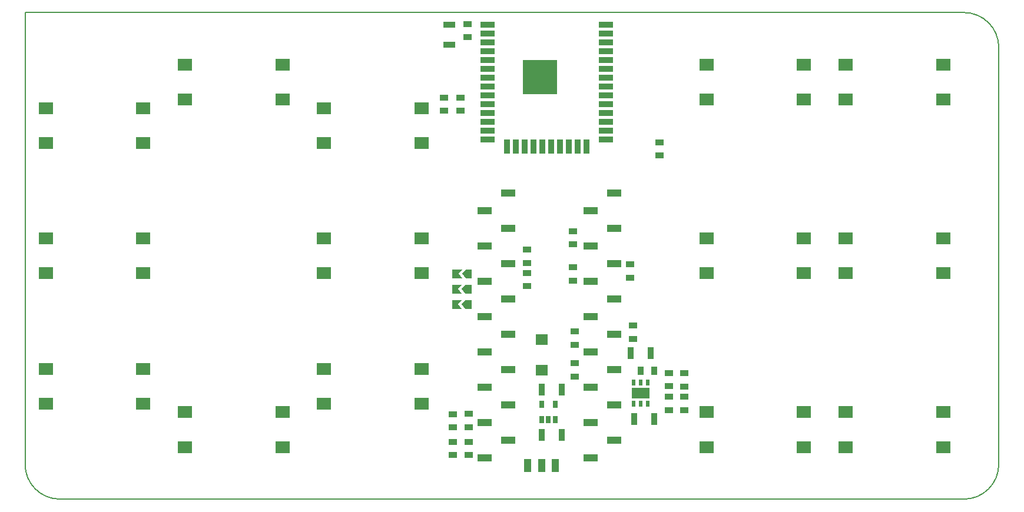
<source format=gtp>
%TF.GenerationSoftware,KiCad,Pcbnew,(5.1.6-0-10_14)*%
%TF.CreationDate,2021-04-08T13:55:21+02:00*%
%TF.ProjectId,gp-controlboard,67702d63-6f6e-4747-926f-6c626f617264,rev?*%
%TF.SameCoordinates,Original*%
%TF.FileFunction,Paste,Top*%
%TF.FilePolarity,Positive*%
%FSLAX46Y46*%
G04 Gerber Fmt 4.6, Leading zero omitted, Abs format (unit mm)*
G04 Created by KiCad (PCBNEW (5.1.6-0-10_14)) date 2021-04-08 13:55:21*
%MOMM*%
%LPD*%
G01*
G04 APERTURE LIST*
%TA.AperFunction,Profile*%
%ADD10C,0.200000*%
%TD*%
%ADD11R,0.900000X1.700000*%
%ADD12R,1.300000X0.900000*%
%ADD13R,1.700000X0.900000*%
%ADD14R,2.000000X1.000000*%
%ADD15R,0.900000X1.300000*%
%ADD16R,2.000000X1.800000*%
%ADD17R,1.000000X1.900000*%
%ADD18R,0.500000X0.900000*%
%ADD19R,2.500000X1.600000*%
%ADD20R,0.650000X1.060000*%
%ADD21R,5.000000X5.000000*%
%ADD22R,2.000000X0.900000*%
%ADD23R,0.900000X2.000000*%
%ADD24R,1.700000X1.600000*%
%ADD25C,0.100000*%
G04 APERTURE END LIST*
D10*
X105000000Y-140000000D02*
G75*
G02*
X100000000Y-135000000I0J5000000D01*
G01*
X240000000Y-135000000D02*
G75*
G02*
X235000000Y-140000000I-5000000J0D01*
G01*
X235000000Y-70000000D02*
G75*
G02*
X240000000Y-75000000I0J-5000000D01*
G01*
X100000000Y-135000000D02*
X100000000Y-70000000D01*
X235000000Y-140000000D02*
X105000000Y-140000000D01*
X240000000Y-75000000D02*
X240000000Y-135000000D01*
X100000000Y-70000000D02*
X235000000Y-70000000D01*
D11*
%TO.C,C101*%
X187050000Y-119000000D03*
X189950000Y-119000000D03*
%TD*%
%TO.C,C102*%
X190450000Y-128500000D03*
X187550000Y-128500000D03*
%TD*%
%TO.C,C103*%
X177200000Y-130750000D03*
X174300000Y-130750000D03*
%TD*%
%TO.C,C104*%
X174300000Y-124250000D03*
X177200000Y-124250000D03*
%TD*%
D12*
%TO.C,C105*%
X160200000Y-84150000D03*
X160200000Y-82250000D03*
%TD*%
D13*
%TO.C,C106*%
X161000000Y-71750000D03*
X161000000Y-74650000D03*
%TD*%
D12*
%TO.C,C107*%
X163600000Y-73550000D03*
X163600000Y-71650000D03*
%TD*%
%TO.C,C108*%
X191200000Y-90550000D03*
X191200000Y-88650000D03*
%TD*%
%TO.C,DL101*%
X161500000Y-131750000D03*
X161500000Y-133650000D03*
%TD*%
%TO.C,DL102*%
X194800000Y-125300000D03*
X194800000Y-127200000D03*
%TD*%
%TO.C,DL103*%
X192600000Y-127200000D03*
X192600000Y-125300000D03*
%TD*%
%TO.C,DL104*%
X163750000Y-133650000D03*
X163750000Y-131750000D03*
%TD*%
D14*
%TO.C,P103*%
X184660000Y-95950000D03*
X184660000Y-101030000D03*
X184660000Y-106110000D03*
X184660000Y-111190000D03*
X184660000Y-131510000D03*
X184660000Y-126430000D03*
X184660000Y-121350000D03*
X181350000Y-134050000D03*
X181350000Y-128970000D03*
X181350000Y-123890000D03*
X181350000Y-118810000D03*
X181350000Y-98490000D03*
X181350000Y-103570000D03*
X181350000Y-108650000D03*
X181350000Y-113730000D03*
X184660000Y-116270000D03*
%TD*%
%TO.C,P104*%
X169420000Y-116270000D03*
X166110000Y-113730000D03*
X166110000Y-108650000D03*
X166110000Y-103570000D03*
X166110000Y-98490000D03*
X166110000Y-118810000D03*
X166110000Y-123890000D03*
X166110000Y-128970000D03*
X166110000Y-134050000D03*
X169420000Y-121350000D03*
X169420000Y-126430000D03*
X169420000Y-131510000D03*
X169420000Y-111190000D03*
X169420000Y-106110000D03*
X169420000Y-101030000D03*
X169420000Y-95950000D03*
%TD*%
D12*
%TO.C,R101*%
X161500000Y-127800000D03*
X161500000Y-129700000D03*
%TD*%
%TO.C,R102*%
X194800000Y-121900000D03*
X194800000Y-123800000D03*
%TD*%
%TO.C,R103*%
X192600000Y-123750000D03*
X192600000Y-121850000D03*
%TD*%
D15*
%TO.C,R104*%
X188550000Y-121500000D03*
X190450000Y-121500000D03*
%TD*%
D12*
%TO.C,R105*%
X163750000Y-129650000D03*
X163750000Y-127750000D03*
%TD*%
%TO.C,R106*%
X162600000Y-82250000D03*
X162600000Y-84150000D03*
%TD*%
%TO.C,R107*%
X172200000Y-106000000D03*
X172200000Y-104100000D03*
%TD*%
%TO.C,R108*%
X172200000Y-107450000D03*
X172200000Y-109350000D03*
%TD*%
D16*
%TO.C,SW101*%
X103000000Y-83750000D03*
X103000000Y-88750000D03*
X117000000Y-83750000D03*
X117000000Y-88750000D03*
%TD*%
%TO.C,SW102*%
X117000000Y-107500000D03*
X117000000Y-102500000D03*
X103000000Y-107500000D03*
X103000000Y-102500000D03*
%TD*%
%TO.C,SW103*%
X103000000Y-121250000D03*
X103000000Y-126250000D03*
X117000000Y-121250000D03*
X117000000Y-126250000D03*
%TD*%
%TO.C,SW104*%
X137000000Y-82500000D03*
X137000000Y-77500000D03*
X123000000Y-82500000D03*
X123000000Y-77500000D03*
%TD*%
%TO.C,SW105*%
X123000000Y-127500000D03*
X123000000Y-132500000D03*
X137000000Y-127500000D03*
X137000000Y-132500000D03*
%TD*%
%TO.C,SW106*%
X157000000Y-88750000D03*
X157000000Y-83750000D03*
X143000000Y-88750000D03*
X143000000Y-83750000D03*
%TD*%
%TO.C,SW107*%
X143000000Y-102500000D03*
X143000000Y-107500000D03*
X157000000Y-102500000D03*
X157000000Y-107500000D03*
%TD*%
%TO.C,SW108*%
X157000000Y-126250000D03*
X157000000Y-121250000D03*
X143000000Y-126250000D03*
X143000000Y-121250000D03*
%TD*%
%TO.C,SW109*%
X198000000Y-77500000D03*
X198000000Y-82500000D03*
X212000000Y-77500000D03*
X212000000Y-82500000D03*
%TD*%
%TO.C,SW110*%
X212000000Y-107500000D03*
X212000000Y-102500000D03*
X198000000Y-107500000D03*
X198000000Y-102500000D03*
%TD*%
%TO.C,SW111*%
X212000000Y-132500000D03*
X212000000Y-127500000D03*
X198000000Y-132500000D03*
X198000000Y-127500000D03*
%TD*%
D17*
%TO.C,SW112*%
X176250000Y-135200000D03*
X174250000Y-135200000D03*
X172250000Y-135200000D03*
%TD*%
D16*
%TO.C,SW113*%
X218000000Y-77500000D03*
X218000000Y-82500000D03*
X232000000Y-77500000D03*
X232000000Y-82500000D03*
%TD*%
%TO.C,SW114*%
X232000000Y-107500000D03*
X232000000Y-102500000D03*
X218000000Y-107500000D03*
X218000000Y-102500000D03*
%TD*%
%TO.C,SW115*%
X218000000Y-127500000D03*
X218000000Y-132500000D03*
X232000000Y-127500000D03*
X232000000Y-132500000D03*
%TD*%
D18*
%TO.C,U101*%
X187500000Y-126250000D03*
X188500000Y-126250000D03*
X189500000Y-126250000D03*
X189500000Y-123250000D03*
X188500000Y-123250000D03*
X187500000Y-123250000D03*
D19*
X188500000Y-124750000D03*
%TD*%
D20*
%TO.C,U102*%
X174300000Y-128600000D03*
X175250000Y-128600000D03*
X176200000Y-128600000D03*
X176200000Y-126400000D03*
X174300000Y-126400000D03*
%TD*%
D21*
%TO.C,U103*%
X174000000Y-79245000D03*
D22*
X166500000Y-71745000D03*
X166500000Y-73015000D03*
X166500000Y-74285000D03*
X166500000Y-75555000D03*
X166500000Y-76825000D03*
X166500000Y-78095000D03*
X166500000Y-79365000D03*
X166500000Y-80635000D03*
X166500000Y-81905000D03*
X166500000Y-83175000D03*
X166500000Y-84445000D03*
X166500000Y-85715000D03*
X166500000Y-86985000D03*
X166500000Y-88255000D03*
D23*
X169285000Y-89255000D03*
X170555000Y-89255000D03*
X171825000Y-89255000D03*
X173095000Y-89255000D03*
X174365000Y-89255000D03*
X175635000Y-89255000D03*
X176905000Y-89255000D03*
X178175000Y-89255000D03*
X179445000Y-89255000D03*
X180715000Y-89255000D03*
D22*
X183500000Y-88255000D03*
X183500000Y-86985000D03*
X183500000Y-85715000D03*
X183500000Y-84445000D03*
X183500000Y-83175000D03*
X183500000Y-81905000D03*
X183500000Y-80635000D03*
X183500000Y-79365000D03*
X183500000Y-78095000D03*
X183500000Y-76825000D03*
X183500000Y-75555000D03*
X183500000Y-74285000D03*
X183500000Y-73015000D03*
X183500000Y-71745000D03*
%TD*%
D24*
%TO.C,D101*%
X174250000Y-121450000D03*
X174250000Y-117050000D03*
%TD*%
D12*
%TO.C,R109*%
X179000000Y-122350000D03*
X179000000Y-120450000D03*
%TD*%
%TO.C,R110*%
X187400000Y-115050000D03*
X187400000Y-116950000D03*
%TD*%
%TO.C,R111*%
X179000000Y-115900000D03*
X179000000Y-117800000D03*
%TD*%
%TO.C,R112*%
X178800000Y-106650000D03*
X178800000Y-108550000D03*
%TD*%
%TO.C,R113*%
X187000000Y-106250000D03*
X187000000Y-108150000D03*
%TD*%
%TO.C,R114*%
X178800000Y-101450000D03*
X178800000Y-103350000D03*
%TD*%
D25*
%TO.C,J101*%
G36*
X162300000Y-112000000D02*
G01*
X162800000Y-112650000D01*
X161400000Y-112650000D01*
X161400000Y-111350000D01*
X162800000Y-111350000D01*
X162300000Y-112000000D01*
G37*
G36*
X164200000Y-112650000D02*
G01*
X163300000Y-112650000D01*
X162800000Y-112000000D01*
X163300000Y-111350000D01*
X164200000Y-111350000D01*
X164200000Y-112650000D01*
G37*
%TD*%
%TO.C,J102*%
G36*
X164200000Y-110450000D02*
G01*
X163300000Y-110450000D01*
X162800000Y-109800000D01*
X163300000Y-109150000D01*
X164200000Y-109150000D01*
X164200000Y-110450000D01*
G37*
G36*
X162300000Y-109800000D02*
G01*
X162800000Y-110450000D01*
X161400000Y-110450000D01*
X161400000Y-109150000D01*
X162800000Y-109150000D01*
X162300000Y-109800000D01*
G37*
%TD*%
%TO.C,J103*%
G36*
X162350000Y-107600000D02*
G01*
X162850000Y-108250000D01*
X161450000Y-108250000D01*
X161450000Y-106950000D01*
X162850000Y-106950000D01*
X162350000Y-107600000D01*
G37*
G36*
X164250000Y-108250000D02*
G01*
X163350000Y-108250000D01*
X162850000Y-107600000D01*
X163350000Y-106950000D01*
X164250000Y-106950000D01*
X164250000Y-108250000D01*
G37*
%TD*%
M02*

</source>
